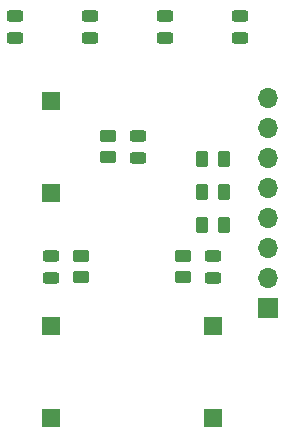
<source format=gbr>
%TF.GenerationSoftware,KiCad,Pcbnew,8.0.1*%
%TF.CreationDate,2024-05-01T13:03:36+02:00*%
%TF.ProjectId,top_led_btn_2MU_TOP,746f705f-6c65-4645-9f62-746e5f324d55,rev?*%
%TF.SameCoordinates,Original*%
%TF.FileFunction,Soldermask,Top*%
%TF.FilePolarity,Negative*%
%FSLAX46Y46*%
G04 Gerber Fmt 4.6, Leading zero omitted, Abs format (unit mm)*
G04 Created by KiCad (PCBNEW 8.0.1) date 2024-05-01 13:03:36*
%MOMM*%
%LPD*%
G01*
G04 APERTURE LIST*
G04 Aperture macros list*
%AMRoundRect*
0 Rectangle with rounded corners*
0 $1 Rounding radius*
0 $2 $3 $4 $5 $6 $7 $8 $9 X,Y pos of 4 corners*
0 Add a 4 corners polygon primitive as box body*
4,1,4,$2,$3,$4,$5,$6,$7,$8,$9,$2,$3,0*
0 Add four circle primitives for the rounded corners*
1,1,$1+$1,$2,$3*
1,1,$1+$1,$4,$5*
1,1,$1+$1,$6,$7*
1,1,$1+$1,$8,$9*
0 Add four rect primitives between the rounded corners*
20,1,$1+$1,$2,$3,$4,$5,0*
20,1,$1+$1,$4,$5,$6,$7,0*
20,1,$1+$1,$6,$7,$8,$9,0*
20,1,$1+$1,$8,$9,$2,$3,0*%
G04 Aperture macros list end*
%ADD10RoundRect,0.243750X0.456250X-0.243750X0.456250X0.243750X-0.456250X0.243750X-0.456250X-0.243750X0*%
%ADD11RoundRect,0.243750X-0.456250X0.243750X-0.456250X-0.243750X0.456250X-0.243750X0.456250X0.243750X0*%
%ADD12R,1.500000X1.500000*%
%ADD13RoundRect,0.250000X0.450000X-0.262500X0.450000X0.262500X-0.450000X0.262500X-0.450000X-0.262500X0*%
%ADD14RoundRect,0.250000X-0.262500X-0.450000X0.262500X-0.450000X0.262500X0.450000X-0.262500X0.450000X0*%
%ADD15RoundRect,0.250000X0.262500X0.450000X-0.262500X0.450000X-0.262500X-0.450000X0.262500X-0.450000X0*%
%ADD16R,1.700000X1.700000*%
%ADD17O,1.700000X1.700000*%
G04 APERTURE END LIST*
D10*
%TO.C,D6*%
X117856000Y-79677500D03*
X117856000Y-77802500D03*
%TD*%
D11*
%TO.C,D1*%
X115570000Y-87962500D03*
X115570000Y-89837500D03*
%TD*%
D12*
%TO.C,SW3*%
X108204000Y-111850000D03*
X108204000Y-104050000D03*
%TD*%
D11*
%TO.C,D7*%
X124206000Y-77802500D03*
X124206000Y-79677500D03*
%TD*%
D13*
%TO.C,R3*%
X110744000Y-99972500D03*
X110744000Y-98147500D03*
%TD*%
D14*
%TO.C,R4*%
X121007500Y-89916000D03*
X122832500Y-89916000D03*
%TD*%
D13*
%TO.C,R1*%
X113030000Y-89812500D03*
X113030000Y-87987500D03*
%TD*%
%TO.C,R2*%
X119380000Y-99972500D03*
X119380000Y-98147500D03*
%TD*%
D15*
%TO.C,R5*%
X122832500Y-95504000D03*
X121007500Y-95504000D03*
%TD*%
D12*
%TO.C,SW1*%
X108204000Y-92800000D03*
X108204000Y-85000000D03*
%TD*%
D11*
%TO.C,D5*%
X111506000Y-77802500D03*
X111506000Y-79677500D03*
%TD*%
D14*
%TO.C,R6*%
X121007500Y-92710000D03*
X122832500Y-92710000D03*
%TD*%
D12*
%TO.C,SW2*%
X121920000Y-111850000D03*
X121920000Y-104050000D03*
%TD*%
D10*
%TO.C,D2*%
X121920000Y-99997500D03*
X121920000Y-98122500D03*
%TD*%
D16*
%TO.C,J2*%
X126542800Y-102560000D03*
D17*
X126542800Y-100020000D03*
X126542800Y-97480000D03*
X126542800Y-94940000D03*
X126542800Y-92400000D03*
X126542800Y-89860000D03*
X126542800Y-87320000D03*
X126542800Y-84780000D03*
%TD*%
D10*
%TO.C,D4*%
X105156000Y-79677500D03*
X105156000Y-77802500D03*
%TD*%
%TO.C,D3*%
X108204000Y-99997500D03*
X108204000Y-98122500D03*
%TD*%
M02*

</source>
